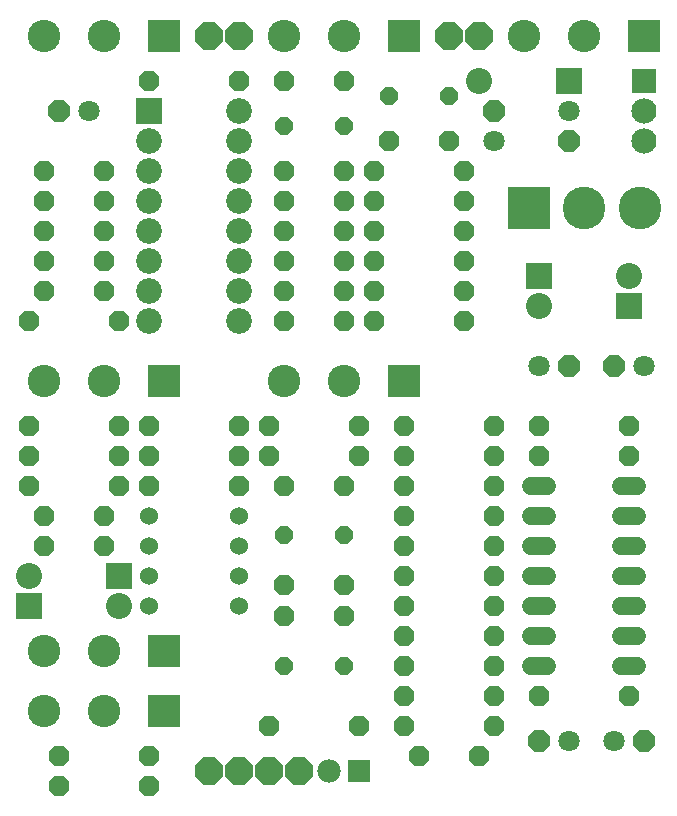
<source format=gbr>
G04 EAGLE Gerber RS-274X export*
G75*
%MOMM*%
%FSLAX34Y34*%
%LPD*%
%INSoldermask Top*%
%IPPOS*%
%AMOC8*
5,1,8,0,0,1.08239X$1,22.5*%
G01*
%ADD10P,2.556822X8X22.500000*%
%ADD11P,1.869504X8X202.500000*%
%ADD12P,1.869504X8X22.500000*%
%ADD13P,1.649562X8X22.500000*%
%ADD14P,1.951982X8X22.500000*%
%ADD15C,1.803400*%
%ADD16P,1.951982X8X202.500000*%
%ADD17P,1.649562X8X202.500000*%
%ADD18P,1.951982X8X292.500000*%
%ADD19P,1.951982X8X112.500000*%
%ADD20C,2.203200*%
%ADD21R,2.203200X2.203200*%
%ADD22C,1.981200*%
%ADD23R,1.981200X1.981200*%
%ADD24R,2.743200X2.743200*%
%ADD25C,2.743200*%
%ADD26C,1.524000*%
%ADD27R,2.184400X2.184400*%
%ADD28C,2.184400*%
%ADD29R,2.133600X2.133600*%
%ADD30C,2.133600*%
%ADD31R,3.619200X3.619200*%
%ADD32C,3.619200*%
%ADD33C,1.524000*%


D10*
X381000Y635000D03*
D11*
X88900Y203200D03*
X38100Y203200D03*
X406400Y25400D03*
X355600Y25400D03*
X292100Y469900D03*
X241300Y469900D03*
D12*
X241300Y520700D03*
X292100Y520700D03*
X241300Y495300D03*
X292100Y495300D03*
X241300Y419100D03*
X292100Y419100D03*
X241300Y393700D03*
X292100Y393700D03*
D13*
X241300Y558800D03*
X292100Y558800D03*
D12*
X241300Y444500D03*
X292100Y444500D03*
D14*
X546100Y38100D03*
D15*
X520700Y38100D03*
D16*
X457200Y38100D03*
D15*
X482600Y38100D03*
D11*
X88900Y228600D03*
X38100Y228600D03*
D12*
X241300Y596900D03*
X292100Y596900D03*
X330200Y546100D03*
X381000Y546100D03*
D13*
X330200Y584200D03*
X381000Y584200D03*
D12*
X241300Y170180D03*
X292100Y170180D03*
X38100Y419100D03*
X88900Y419100D03*
D11*
X88900Y444500D03*
X38100Y444500D03*
D14*
X482600Y355600D03*
D15*
X457200Y355600D03*
D17*
X292100Y212090D03*
X241300Y212090D03*
D11*
X292100Y143510D03*
X241300Y143510D03*
D13*
X241300Y101600D03*
X292100Y101600D03*
D18*
X482600Y546100D03*
D15*
X482600Y571500D03*
D16*
X520700Y355600D03*
D15*
X546100Y355600D03*
D12*
X38100Y520700D03*
X88900Y520700D03*
D16*
X50800Y571500D03*
D15*
X76200Y571500D03*
D19*
X419100Y571500D03*
D15*
X419100Y546100D03*
D12*
X38100Y495300D03*
X88900Y495300D03*
X38100Y469900D03*
X88900Y469900D03*
D20*
X406400Y596900D03*
D21*
X482600Y596900D03*
D22*
X279400Y12700D03*
D23*
X304800Y12700D03*
D20*
X25400Y177800D03*
D21*
X101600Y177800D03*
D20*
X101600Y152400D03*
D21*
X25400Y152400D03*
D20*
X533400Y431800D03*
D21*
X457200Y431800D03*
D20*
X457200Y406400D03*
D21*
X533400Y406400D03*
D24*
X546100Y635000D03*
D25*
X495300Y635000D03*
X444500Y635000D03*
D24*
X342900Y635000D03*
D25*
X292100Y635000D03*
X241300Y635000D03*
D10*
X177800Y635000D03*
X203200Y635000D03*
X406400Y635000D03*
D26*
X127000Y228600D03*
X127000Y203200D03*
X203200Y203200D03*
X203200Y228600D03*
X127000Y177800D03*
X127000Y152400D03*
X203200Y177800D03*
X203200Y152400D03*
D27*
X127000Y571500D03*
D28*
X127000Y546100D03*
X127000Y520700D03*
X127000Y495300D03*
X127000Y469900D03*
X127000Y444500D03*
X127000Y419100D03*
X127000Y393700D03*
X203200Y393700D03*
X203200Y419100D03*
X203200Y444500D03*
X203200Y469900D03*
X203200Y495300D03*
X203200Y520700D03*
X203200Y546100D03*
X203200Y571500D03*
D10*
X177800Y12700D03*
X203200Y12700D03*
D24*
X342900Y342900D03*
D25*
X292100Y342900D03*
X241300Y342900D03*
D10*
X254000Y12700D03*
D11*
X419100Y76200D03*
X342900Y76200D03*
X533400Y76200D03*
X457200Y76200D03*
X419100Y127000D03*
X342900Y127000D03*
D12*
X317500Y495300D03*
X393700Y495300D03*
X317500Y469900D03*
X393700Y469900D03*
X317500Y444500D03*
X393700Y444500D03*
X317500Y419100D03*
X393700Y419100D03*
X317500Y393700D03*
X393700Y393700D03*
X342900Y254000D03*
X419100Y254000D03*
X317500Y520700D03*
X393700Y520700D03*
X127000Y254000D03*
X203200Y254000D03*
D11*
X101600Y279400D03*
X25400Y279400D03*
D12*
X342900Y304800D03*
X419100Y304800D03*
X342900Y279400D03*
X419100Y279400D03*
D11*
X304800Y304800D03*
X228600Y304800D03*
D12*
X457200Y279400D03*
X533400Y279400D03*
X25400Y393700D03*
X101600Y393700D03*
D11*
X203200Y279400D03*
X127000Y279400D03*
D12*
X457200Y304800D03*
X533400Y304800D03*
X127000Y304800D03*
X203200Y304800D03*
X228600Y279400D03*
X304800Y279400D03*
D11*
X419100Y101600D03*
X342900Y101600D03*
X419100Y50800D03*
X342900Y50800D03*
D12*
X25400Y254000D03*
X101600Y254000D03*
X342900Y228600D03*
X419100Y228600D03*
D11*
X419100Y203200D03*
X342900Y203200D03*
D12*
X127000Y596900D03*
X203200Y596900D03*
X342900Y177800D03*
X419100Y177800D03*
D11*
X419100Y152400D03*
X342900Y152400D03*
D29*
X546100Y596900D03*
D30*
X546100Y571500D03*
X546100Y546100D03*
D31*
X448310Y488950D03*
D32*
X495300Y488950D03*
X542290Y488950D03*
D10*
X228600Y12700D03*
D24*
X139700Y635000D03*
D25*
X88900Y635000D03*
X38100Y635000D03*
D24*
X139700Y342900D03*
D25*
X88900Y342900D03*
X38100Y342900D03*
D33*
X450596Y254000D02*
X463804Y254000D01*
X463804Y228600D02*
X450596Y228600D01*
X450596Y101600D02*
X463804Y101600D01*
X526796Y101600D02*
X540004Y101600D01*
X463804Y203200D02*
X450596Y203200D01*
X450596Y177800D02*
X463804Y177800D01*
X463804Y127000D02*
X450596Y127000D01*
X450596Y152400D02*
X463804Y152400D01*
X526796Y127000D02*
X540004Y127000D01*
X540004Y152400D02*
X526796Y152400D01*
X526796Y177800D02*
X540004Y177800D01*
X540004Y203200D02*
X526796Y203200D01*
X526796Y228600D02*
X540004Y228600D01*
X540004Y254000D02*
X526796Y254000D01*
D11*
X101600Y304800D03*
X25400Y304800D03*
X292100Y254000D03*
X241300Y254000D03*
D24*
X139700Y63500D03*
D25*
X88900Y63500D03*
X38100Y63500D03*
D24*
X139700Y114300D03*
D25*
X88900Y114300D03*
X38100Y114300D03*
D12*
X50800Y0D03*
X127000Y0D03*
X228600Y50800D03*
X304800Y50800D03*
D11*
X127000Y25400D03*
X50800Y25400D03*
M02*

</source>
